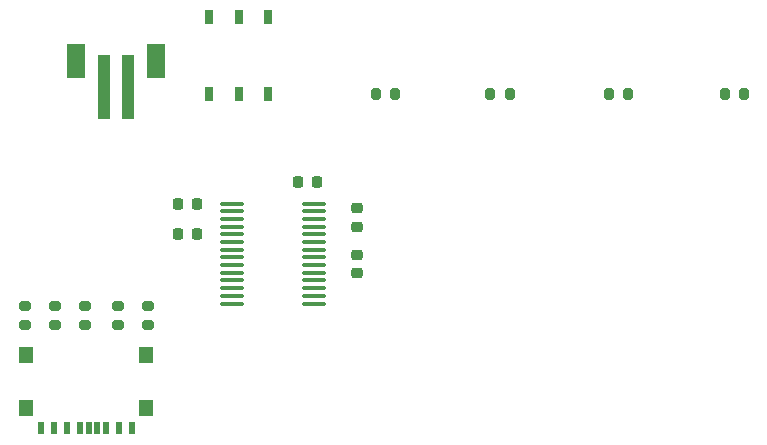
<source format=gtp>
%TF.GenerationSoftware,KiCad,Pcbnew,7.0.11*%
%TF.CreationDate,2024-12-08T19:05:50-06:00*%
%TF.ProjectId,WiRSa,57695253-612e-46b6-9963-61645f706362,rev?*%
%TF.SameCoordinates,Original*%
%TF.FileFunction,Paste,Top*%
%TF.FilePolarity,Positive*%
%FSLAX46Y46*%
G04 Gerber Fmt 4.6, Leading zero omitted, Abs format (unit mm)*
G04 Created by KiCad (PCBNEW 7.0.11) date 2024-12-08 19:05:50*
%MOMM*%
%LPD*%
G01*
G04 APERTURE LIST*
G04 Aperture macros list*
%AMRoundRect*
0 Rectangle with rounded corners*
0 $1 Rounding radius*
0 $2 $3 $4 $5 $6 $7 $8 $9 X,Y pos of 4 corners*
0 Add a 4 corners polygon primitive as box body*
4,1,4,$2,$3,$4,$5,$6,$7,$8,$9,$2,$3,0*
0 Add four circle primitives for the rounded corners*
1,1,$1+$1,$2,$3*
1,1,$1+$1,$4,$5*
1,1,$1+$1,$6,$7*
1,1,$1+$1,$8,$9*
0 Add four rect primitives between the rounded corners*
20,1,$1+$1,$2,$3,$4,$5,0*
20,1,$1+$1,$4,$5,$6,$7,0*
20,1,$1+$1,$6,$7,$8,$9,0*
20,1,$1+$1,$8,$9,$2,$3,0*%
G04 Aperture macros list end*
%ADD10RoundRect,0.200000X-0.200000X-0.275000X0.200000X-0.275000X0.200000X0.275000X-0.200000X0.275000X0*%
%ADD11RoundRect,0.200000X0.200000X0.275000X-0.200000X0.275000X-0.200000X-0.275000X0.200000X-0.275000X0*%
%ADD12RoundRect,0.225000X-0.250000X0.225000X-0.250000X-0.225000X0.250000X-0.225000X0.250000X0.225000X0*%
%ADD13R,1.000000X5.500000*%
%ADD14R,1.600000X3.000000*%
%ADD15R,0.700000X1.200000*%
%ADD16RoundRect,0.200000X-0.275000X0.200000X-0.275000X-0.200000X0.275000X-0.200000X0.275000X0.200000X0*%
%ADD17RoundRect,0.225000X0.225000X0.250000X-0.225000X0.250000X-0.225000X-0.250000X0.225000X-0.250000X0*%
%ADD18RoundRect,0.225000X-0.225000X-0.250000X0.225000X-0.250000X0.225000X0.250000X-0.225000X0.250000X0*%
%ADD19R,0.500000X1.000000*%
%ADD20R,1.300000X1.400000*%
%ADD21O,2.020000X0.360000*%
G04 APERTURE END LIST*
D10*
%TO.C,R1*%
X88663400Y-80595500D03*
X90313400Y-80595500D03*
%TD*%
D11*
%TO.C,R4*%
X119868400Y-80595500D03*
X118218400Y-80595500D03*
%TD*%
D12*
%TO.C,C4*%
X87091000Y-94221000D03*
X87091000Y-95771000D03*
%TD*%
D13*
%TO.C,J4*%
X65659000Y-80010000D03*
X67659000Y-80020000D03*
D14*
X70059000Y-77770000D03*
X63259000Y-77770000D03*
%TD*%
D10*
%TO.C,R2*%
X98381400Y-80595500D03*
X100031400Y-80595500D03*
%TD*%
D15*
%TO.C,SW5*%
X74573000Y-74087000D03*
X77073000Y-74087000D03*
X79573000Y-74087000D03*
X74573000Y-80587000D03*
X77073000Y-80587000D03*
X79573000Y-80587000D03*
%TD*%
D16*
%TO.C,R6*%
X61488000Y-98526000D03*
X61488000Y-100176000D03*
%TD*%
D10*
%TO.C,R3*%
X108384400Y-80595500D03*
X110034400Y-80595500D03*
%TD*%
D16*
%TO.C,R9*%
X69362000Y-98526000D03*
X69362000Y-100176000D03*
%TD*%
%TO.C,R8*%
X66822000Y-98526000D03*
X66822000Y-100176000D03*
%TD*%
D17*
%TO.C,C5*%
X73515000Y-92456000D03*
X71965000Y-92456000D03*
%TD*%
%TO.C,C2*%
X73515000Y-89916000D03*
X71965000Y-89916000D03*
%TD*%
D16*
%TO.C,R5*%
X58948000Y-98526000D03*
X58948000Y-100176000D03*
%TD*%
D18*
%TO.C,C3*%
X82125000Y-88011000D03*
X83675000Y-88011000D03*
%TD*%
D19*
%TO.C,U1*%
X68005000Y-108918000D03*
X66905000Y-108918000D03*
X65805000Y-108918000D03*
X65055000Y-108918000D03*
X63605000Y-108918000D03*
X62505000Y-108918000D03*
X61405000Y-108918000D03*
X60305000Y-108918000D03*
X64355000Y-108918000D03*
D20*
X59055000Y-107188000D03*
X59055000Y-102738000D03*
X69255000Y-102738000D03*
X69255000Y-107188000D03*
%TD*%
D16*
%TO.C,R7*%
X64028000Y-98526000D03*
X64028000Y-100176000D03*
%TD*%
D21*
%TO.C,IC1*%
X76519000Y-89877000D03*
X76519000Y-90527000D03*
X76519000Y-91177000D03*
X76519000Y-91827000D03*
X76519000Y-92477000D03*
X76519000Y-93127000D03*
X76519000Y-93787000D03*
X76519000Y-94437000D03*
X76519000Y-95087000D03*
X76519000Y-95737000D03*
X76519000Y-96387000D03*
X76519000Y-97037000D03*
X76519000Y-97687000D03*
X76519000Y-98337000D03*
X83439000Y-98337000D03*
X83439000Y-97687000D03*
X83439000Y-97037000D03*
X83439000Y-96387000D03*
X83439000Y-95737000D03*
X83439000Y-95087000D03*
X83439000Y-94437000D03*
X83439000Y-93787000D03*
X83439000Y-93127000D03*
X83439000Y-92477000D03*
X83439000Y-91827000D03*
X83439000Y-91177000D03*
X83439000Y-90527000D03*
X83439000Y-89877000D03*
%TD*%
D12*
%TO.C,C1*%
X87091000Y-90284000D03*
X87091000Y-91834000D03*
%TD*%
M02*

</source>
